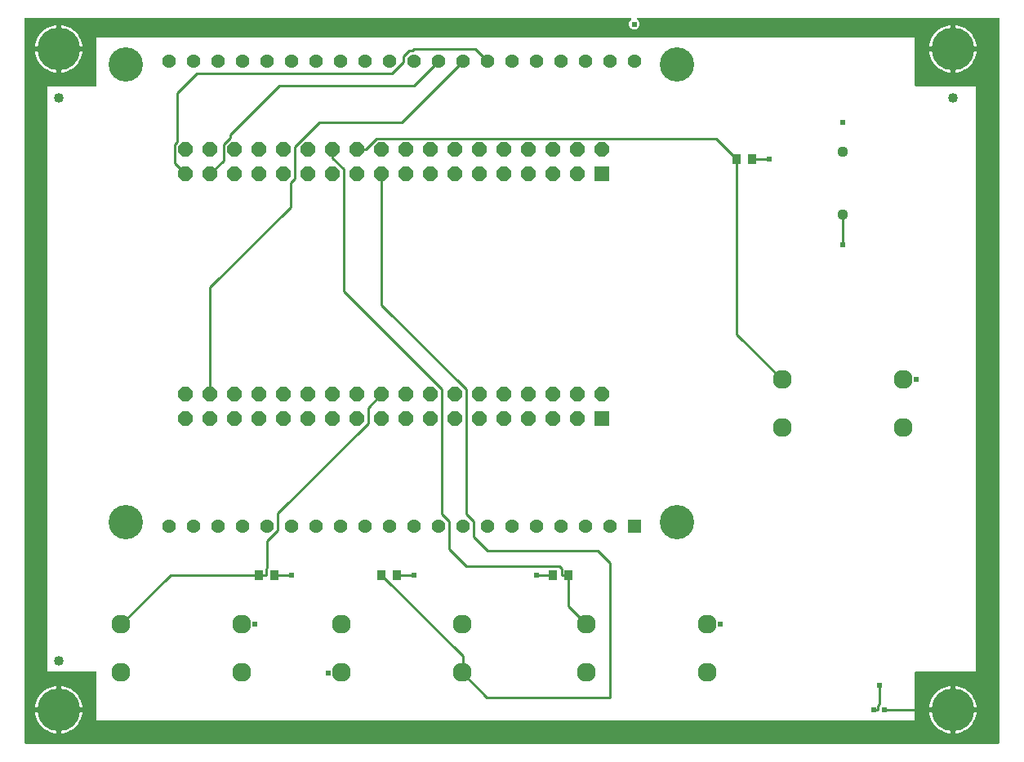
<source format=gbr>
G04 EAGLE Gerber RS-274X export*
G75*
%MOMM*%
%FSLAX34Y34*%
%LPD*%
%INTop Copper*%
%IPPOS*%
%AMOC8*
5,1,8,0,0,1.08239X$1,22.5*%
G01*
%ADD10C,1.120000*%
%ADD11R,1.524000X1.524000*%
%ADD12P,1.649562X8X202.500000*%
%ADD13R,0.949959X1.031241*%
%ADD14C,1.960000*%
%ADD15C,3.556000*%
%ADD16R,1.428000X1.428000*%
%ADD17C,1.428000*%
%ADD18C,1.016000*%
%ADD19C,4.445000*%
%ADD20R,0.609600X0.508000*%
%ADD21C,0.609600*%
%ADD22C,0.254000*%

G36*
X1013444Y755008D02*
X1013444Y755008D01*
X1013437Y755127D01*
X1013424Y755165D01*
X1013419Y755206D01*
X1013376Y755316D01*
X1013339Y755429D01*
X1013317Y755464D01*
X1013302Y755501D01*
X1013233Y755597D01*
X1013169Y755698D01*
X1013139Y755726D01*
X1013116Y755759D01*
X1013024Y755835D01*
X1012937Y755916D01*
X1012902Y755936D01*
X1012871Y755961D01*
X1012763Y756012D01*
X1012659Y756070D01*
X1012619Y756080D01*
X1012583Y756097D01*
X1012466Y756119D01*
X1012351Y756149D01*
X1012291Y756153D01*
X1012271Y756157D01*
X1012250Y756155D01*
X1012190Y756159D01*
X639109Y756159D01*
X638971Y756142D01*
X638832Y756129D01*
X638813Y756122D01*
X638793Y756119D01*
X638664Y756068D01*
X638533Y756021D01*
X638516Y756010D01*
X638497Y756002D01*
X638385Y755921D01*
X638270Y755843D01*
X638256Y755827D01*
X638240Y755816D01*
X638151Y755708D01*
X638059Y755604D01*
X638050Y755586D01*
X638037Y755571D01*
X637978Y755445D01*
X637915Y755321D01*
X637910Y755301D01*
X637902Y755283D01*
X637876Y755146D01*
X637845Y755011D01*
X637846Y754990D01*
X637842Y754971D01*
X637851Y754832D01*
X637855Y754693D01*
X637860Y754673D01*
X637862Y754653D01*
X637904Y754521D01*
X637943Y754387D01*
X637953Y754370D01*
X637960Y754351D01*
X638034Y754233D01*
X638105Y754113D01*
X638123Y754092D01*
X638130Y754082D01*
X638145Y754068D01*
X638211Y753993D01*
X639738Y752466D01*
X640589Y750412D01*
X640589Y748188D01*
X639738Y746134D01*
X638166Y744562D01*
X636112Y743711D01*
X633888Y743711D01*
X631834Y744562D01*
X630262Y746134D01*
X629411Y748188D01*
X629411Y750412D01*
X630262Y752466D01*
X631789Y753993D01*
X631874Y754102D01*
X631963Y754209D01*
X631971Y754228D01*
X631984Y754244D01*
X632039Y754372D01*
X632098Y754497D01*
X632102Y754517D01*
X632110Y754536D01*
X632132Y754674D01*
X632158Y754810D01*
X632157Y754830D01*
X632160Y754850D01*
X632147Y754989D01*
X632138Y755127D01*
X632132Y755146D01*
X632130Y755166D01*
X632083Y755298D01*
X632040Y755429D01*
X632029Y755447D01*
X632023Y755466D01*
X631945Y755581D01*
X631870Y755698D01*
X631855Y755712D01*
X631844Y755729D01*
X631740Y755821D01*
X631639Y755916D01*
X631621Y755926D01*
X631606Y755939D01*
X631481Y756003D01*
X631360Y756070D01*
X631340Y756075D01*
X631322Y756084D01*
X631187Y756114D01*
X631052Y756149D01*
X631024Y756151D01*
X631012Y756154D01*
X630992Y756153D01*
X630891Y756159D01*
X3810Y756159D01*
X3692Y756144D01*
X3573Y756137D01*
X3535Y756124D01*
X3494Y756119D01*
X3384Y756076D01*
X3271Y756039D01*
X3236Y756017D01*
X3199Y756002D01*
X3103Y755933D01*
X3002Y755869D01*
X2974Y755839D01*
X2941Y755816D01*
X2865Y755724D01*
X2784Y755637D01*
X2764Y755602D01*
X2739Y755571D01*
X2688Y755463D01*
X2630Y755359D01*
X2620Y755319D01*
X2603Y755283D01*
X2581Y755166D01*
X2551Y755051D01*
X2547Y754991D01*
X2543Y754971D01*
X2545Y754950D01*
X2541Y754890D01*
X2541Y3810D01*
X2556Y3692D01*
X2563Y3573D01*
X2576Y3535D01*
X2581Y3494D01*
X2624Y3384D01*
X2661Y3271D01*
X2683Y3236D01*
X2698Y3199D01*
X2767Y3103D01*
X2831Y3002D01*
X2861Y2974D01*
X2884Y2941D01*
X2976Y2865D01*
X3063Y2784D01*
X3098Y2764D01*
X3129Y2739D01*
X3237Y2688D01*
X3341Y2630D01*
X3381Y2620D01*
X3417Y2603D01*
X3534Y2581D01*
X3649Y2551D01*
X3709Y2547D01*
X3729Y2543D01*
X3750Y2545D01*
X3810Y2541D01*
X1012190Y2541D01*
X1012308Y2556D01*
X1012427Y2563D01*
X1012465Y2576D01*
X1012506Y2581D01*
X1012616Y2624D01*
X1012729Y2661D01*
X1012764Y2683D01*
X1012801Y2698D01*
X1012897Y2767D01*
X1012998Y2831D01*
X1013026Y2861D01*
X1013059Y2884D01*
X1013135Y2976D01*
X1013216Y3063D01*
X1013236Y3098D01*
X1013261Y3129D01*
X1013312Y3237D01*
X1013370Y3341D01*
X1013380Y3381D01*
X1013397Y3417D01*
X1013419Y3534D01*
X1013449Y3649D01*
X1013453Y3709D01*
X1013457Y3729D01*
X1013455Y3750D01*
X1013459Y3810D01*
X1013459Y754890D01*
X1013444Y755008D01*
G37*
%LPC*%
G36*
X76200Y684531D02*
X76200Y684531D01*
X76318Y684546D01*
X76437Y684553D01*
X76475Y684566D01*
X76516Y684571D01*
X76626Y684614D01*
X76739Y684651D01*
X76774Y684673D01*
X76811Y684688D01*
X76907Y684758D01*
X77008Y684821D01*
X77036Y684851D01*
X77069Y684874D01*
X77145Y684966D01*
X77226Y685053D01*
X77246Y685088D01*
X77271Y685119D01*
X77322Y685227D01*
X77380Y685331D01*
X77390Y685371D01*
X77407Y685407D01*
X77429Y685524D01*
X77459Y685639D01*
X77463Y685700D01*
X77467Y685720D01*
X77465Y685740D01*
X77469Y685800D01*
X77469Y735331D01*
X925831Y735331D01*
X925831Y685800D01*
X925846Y685682D01*
X925853Y685563D01*
X925866Y685525D01*
X925871Y685484D01*
X925914Y685374D01*
X925951Y685261D01*
X925973Y685226D01*
X925988Y685189D01*
X926058Y685093D01*
X926121Y684992D01*
X926151Y684964D01*
X926174Y684931D01*
X926266Y684856D01*
X926353Y684774D01*
X926388Y684754D01*
X926419Y684729D01*
X926527Y684678D01*
X926631Y684620D01*
X926671Y684610D01*
X926707Y684593D01*
X926824Y684571D01*
X926939Y684541D01*
X927000Y684537D01*
X927020Y684533D01*
X927040Y684535D01*
X927100Y684531D01*
X989331Y684531D01*
X989331Y77469D01*
X927100Y77469D01*
X926982Y77454D01*
X926863Y77447D01*
X926825Y77434D01*
X926784Y77429D01*
X926674Y77386D01*
X926561Y77349D01*
X926526Y77327D01*
X926489Y77312D01*
X926393Y77243D01*
X926292Y77179D01*
X926264Y77149D01*
X926231Y77126D01*
X926156Y77034D01*
X926074Y76947D01*
X926054Y76912D01*
X926029Y76881D01*
X925978Y76773D01*
X925920Y76669D01*
X925910Y76629D01*
X925893Y76593D01*
X925871Y76476D01*
X925841Y76361D01*
X925837Y76301D01*
X925833Y76281D01*
X925835Y76260D01*
X925831Y76200D01*
X925831Y26669D01*
X77469Y26669D01*
X77469Y76200D01*
X77454Y76318D01*
X77447Y76437D01*
X77434Y76475D01*
X77429Y76516D01*
X77386Y76626D01*
X77349Y76739D01*
X77327Y76774D01*
X77312Y76811D01*
X77243Y76907D01*
X77179Y77008D01*
X77149Y77036D01*
X77126Y77069D01*
X77034Y77145D01*
X76947Y77226D01*
X76912Y77246D01*
X76881Y77271D01*
X76773Y77322D01*
X76669Y77380D01*
X76629Y77390D01*
X76593Y77407D01*
X76476Y77429D01*
X76361Y77459D01*
X76301Y77463D01*
X76281Y77467D01*
X76260Y77465D01*
X76200Y77469D01*
X26669Y77469D01*
X26669Y684531D01*
X76200Y684531D01*
G37*
%LPD*%
%LPC*%
G36*
X967739Y726439D02*
X967739Y726439D01*
X967739Y748536D01*
X969355Y748354D01*
X972067Y747735D01*
X974692Y746817D01*
X977199Y745610D01*
X979554Y744130D01*
X981729Y742395D01*
X983695Y740429D01*
X985430Y738254D01*
X986910Y735899D01*
X988117Y733392D01*
X989035Y730767D01*
X989654Y728055D01*
X989836Y726439D01*
X967739Y726439D01*
G37*
%LPD*%
%LPC*%
G36*
X40639Y40639D02*
X40639Y40639D01*
X40639Y62736D01*
X42255Y62554D01*
X44967Y61935D01*
X47592Y61017D01*
X50099Y59810D01*
X52454Y58330D01*
X54629Y56595D01*
X56595Y54629D01*
X58330Y52454D01*
X59810Y50099D01*
X61017Y47592D01*
X61935Y44967D01*
X62554Y42255D01*
X62736Y40639D01*
X40639Y40639D01*
G37*
%LPD*%
%LPC*%
G36*
X40639Y726439D02*
X40639Y726439D01*
X40639Y748536D01*
X42255Y748354D01*
X44967Y747735D01*
X47592Y746817D01*
X50099Y745610D01*
X52454Y744130D01*
X54629Y742395D01*
X56595Y740429D01*
X58330Y738254D01*
X59810Y735899D01*
X61017Y733392D01*
X61935Y730767D01*
X62554Y728055D01*
X62736Y726439D01*
X40639Y726439D01*
G37*
%LPD*%
%LPC*%
G36*
X967739Y40639D02*
X967739Y40639D01*
X967739Y62736D01*
X969355Y62554D01*
X972067Y61935D01*
X974692Y61017D01*
X977199Y59810D01*
X979554Y58330D01*
X981729Y56595D01*
X983695Y54629D01*
X985430Y52454D01*
X986910Y50099D01*
X988117Y47592D01*
X989035Y44967D01*
X989654Y42255D01*
X989836Y40639D01*
X967739Y40639D01*
G37*
%LPD*%
%LPC*%
G36*
X40639Y721361D02*
X40639Y721361D01*
X62736Y721361D01*
X62554Y719745D01*
X61935Y717033D01*
X61017Y714408D01*
X59810Y711901D01*
X58330Y709546D01*
X56595Y707371D01*
X54629Y705405D01*
X52454Y703670D01*
X50099Y702190D01*
X47592Y700983D01*
X44967Y700065D01*
X42255Y699446D01*
X40639Y699264D01*
X40639Y721361D01*
G37*
%LPD*%
%LPC*%
G36*
X13464Y40639D02*
X13464Y40639D01*
X13646Y42255D01*
X14265Y44967D01*
X15183Y47592D01*
X16390Y50099D01*
X17870Y52454D01*
X19605Y54629D01*
X21571Y56595D01*
X23746Y58330D01*
X26101Y59810D01*
X28608Y61017D01*
X31233Y61935D01*
X33945Y62554D01*
X35561Y62736D01*
X35561Y40639D01*
X13464Y40639D01*
G37*
%LPD*%
%LPC*%
G36*
X40639Y35561D02*
X40639Y35561D01*
X62736Y35561D01*
X62554Y33945D01*
X61935Y31233D01*
X61017Y28608D01*
X59810Y26101D01*
X58330Y23746D01*
X56595Y21571D01*
X54629Y19605D01*
X52454Y17870D01*
X50099Y16390D01*
X47592Y15183D01*
X44967Y14265D01*
X42255Y13646D01*
X40639Y13464D01*
X40639Y35561D01*
G37*
%LPD*%
%LPC*%
G36*
X967739Y721361D02*
X967739Y721361D01*
X989836Y721361D01*
X989654Y719745D01*
X989035Y717033D01*
X988117Y714408D01*
X986910Y711901D01*
X985430Y709546D01*
X983695Y707371D01*
X981729Y705405D01*
X979554Y703670D01*
X977199Y702190D01*
X974692Y700983D01*
X972067Y700065D01*
X969355Y699446D01*
X967739Y699264D01*
X967739Y721361D01*
G37*
%LPD*%
%LPC*%
G36*
X967739Y35561D02*
X967739Y35561D01*
X989836Y35561D01*
X989654Y33945D01*
X989035Y31233D01*
X988117Y28608D01*
X986910Y26101D01*
X985430Y23746D01*
X983695Y21571D01*
X981729Y19605D01*
X979554Y17870D01*
X977199Y16390D01*
X974692Y15183D01*
X972067Y14265D01*
X969355Y13646D01*
X967739Y13464D01*
X967739Y35561D01*
G37*
%LPD*%
%LPC*%
G36*
X940564Y40639D02*
X940564Y40639D01*
X940746Y42255D01*
X941365Y44967D01*
X942283Y47592D01*
X943490Y50099D01*
X944970Y52454D01*
X946705Y54629D01*
X948671Y56595D01*
X950846Y58330D01*
X953201Y59810D01*
X955708Y61017D01*
X958333Y61935D01*
X961045Y62554D01*
X962661Y62736D01*
X962661Y40639D01*
X940564Y40639D01*
G37*
%LPD*%
%LPC*%
G36*
X940564Y726439D02*
X940564Y726439D01*
X940746Y728055D01*
X941365Y730767D01*
X942283Y733392D01*
X943490Y735899D01*
X944970Y738254D01*
X946705Y740429D01*
X948671Y742395D01*
X950846Y744130D01*
X953201Y745610D01*
X955708Y746817D01*
X958333Y747735D01*
X961045Y748354D01*
X962661Y748536D01*
X962661Y726439D01*
X940564Y726439D01*
G37*
%LPD*%
%LPC*%
G36*
X13464Y726439D02*
X13464Y726439D01*
X13646Y728055D01*
X14265Y730767D01*
X15183Y733392D01*
X16390Y735899D01*
X17870Y738254D01*
X19605Y740429D01*
X21571Y742395D01*
X23746Y744130D01*
X26101Y745610D01*
X28608Y746817D01*
X31233Y747735D01*
X33945Y748354D01*
X35561Y748536D01*
X35561Y726439D01*
X13464Y726439D01*
G37*
%LPD*%
%LPC*%
G36*
X33945Y13646D02*
X33945Y13646D01*
X31233Y14265D01*
X28608Y15183D01*
X26101Y16390D01*
X23746Y17870D01*
X21571Y19605D01*
X19605Y21571D01*
X17870Y23746D01*
X16390Y26101D01*
X15183Y28608D01*
X14265Y31233D01*
X13646Y33945D01*
X13464Y35561D01*
X35561Y35561D01*
X35561Y13464D01*
X33945Y13646D01*
G37*
%LPD*%
%LPC*%
G36*
X961045Y699446D02*
X961045Y699446D01*
X958333Y700065D01*
X955708Y700983D01*
X953201Y702190D01*
X950846Y703670D01*
X948671Y705405D01*
X946705Y707371D01*
X944970Y709546D01*
X943490Y711901D01*
X942283Y714408D01*
X941365Y717033D01*
X940746Y719745D01*
X940564Y721361D01*
X962661Y721361D01*
X962661Y699264D01*
X961045Y699446D01*
G37*
%LPD*%
%LPC*%
G36*
X33945Y699446D02*
X33945Y699446D01*
X31233Y700065D01*
X28608Y700983D01*
X26101Y702190D01*
X23746Y703670D01*
X21571Y705405D01*
X19605Y707371D01*
X17870Y709546D01*
X16390Y711901D01*
X15183Y714408D01*
X14265Y717033D01*
X13646Y719745D01*
X13464Y721361D01*
X35561Y721361D01*
X35561Y699264D01*
X33945Y699446D01*
G37*
%LPD*%
%LPC*%
G36*
X961045Y13646D02*
X961045Y13646D01*
X958333Y14265D01*
X955708Y15183D01*
X953201Y16390D01*
X950846Y17870D01*
X948671Y19605D01*
X946705Y21571D01*
X944970Y23746D01*
X943490Y26101D01*
X942283Y28608D01*
X941365Y31233D01*
X940746Y33945D01*
X940564Y35561D01*
X962661Y35561D01*
X962661Y13464D01*
X961045Y13646D01*
G37*
%LPD*%
%LPC*%
G36*
X38099Y723899D02*
X38099Y723899D01*
X38099Y723901D01*
X38101Y723901D01*
X38101Y723899D01*
X38099Y723899D01*
G37*
%LPD*%
%LPC*%
G36*
X38099Y38099D02*
X38099Y38099D01*
X38099Y38101D01*
X38101Y38101D01*
X38101Y38099D01*
X38099Y38099D01*
G37*
%LPD*%
%LPC*%
G36*
X965199Y38099D02*
X965199Y38099D01*
X965199Y38101D01*
X965201Y38101D01*
X965201Y38099D01*
X965199Y38099D01*
G37*
%LPD*%
%LPC*%
G36*
X965199Y723899D02*
X965199Y723899D01*
X965199Y723901D01*
X965201Y723901D01*
X965201Y723899D01*
X965199Y723899D01*
G37*
%LPD*%
D10*
X850900Y616700D03*
X850900Y551700D03*
D11*
X601300Y340100D03*
D12*
X601300Y365500D03*
X575900Y340100D03*
X575900Y365500D03*
X550500Y340100D03*
X550500Y365500D03*
X525100Y340100D03*
X525100Y365500D03*
X499700Y340100D03*
X499700Y365500D03*
X474300Y340100D03*
X474300Y365500D03*
X448900Y340100D03*
X448900Y365500D03*
X423500Y340100D03*
X423500Y365500D03*
X398100Y340100D03*
X398100Y365500D03*
X372700Y340100D03*
X372700Y365500D03*
X347300Y340100D03*
X347300Y365500D03*
X321900Y340100D03*
X321900Y365500D03*
X296500Y340100D03*
X296500Y365500D03*
X271100Y340100D03*
X271100Y365500D03*
X245700Y340100D03*
X245700Y365500D03*
X220300Y340100D03*
X220300Y365500D03*
X194900Y340100D03*
X194900Y365500D03*
X169500Y340100D03*
X169500Y365500D03*
D11*
X601300Y594100D03*
D12*
X601300Y619500D03*
X575900Y594100D03*
X575900Y619500D03*
X550500Y594100D03*
X550500Y619500D03*
X525100Y594100D03*
X525100Y619500D03*
X499700Y594100D03*
X499700Y619500D03*
X474300Y594100D03*
X474300Y619500D03*
X448900Y594100D03*
X448900Y619500D03*
X423500Y594100D03*
X423500Y619500D03*
X398100Y594100D03*
X398100Y619500D03*
X372700Y594100D03*
X372700Y619500D03*
X347300Y594100D03*
X347300Y619500D03*
X321900Y594100D03*
X321900Y619500D03*
X296500Y594100D03*
X296500Y619500D03*
X271100Y594100D03*
X271100Y619500D03*
X245700Y594100D03*
X245700Y619500D03*
X220300Y594100D03*
X220300Y619500D03*
X194900Y594100D03*
X194900Y619500D03*
X169500Y594100D03*
X169500Y619500D03*
D13*
X245999Y177800D03*
X262001Y177800D03*
D14*
X227600Y126600D03*
X227600Y76600D03*
X102600Y76600D03*
X102600Y126600D03*
D15*
X679450Y232410D03*
X679450Y707390D03*
X107950Y232410D03*
X107950Y707390D03*
D16*
X635000Y228600D03*
D17*
X406400Y228600D03*
X431800Y228600D03*
X457200Y228600D03*
X482600Y228600D03*
X508000Y228600D03*
X533400Y228600D03*
X558800Y228600D03*
X584200Y228600D03*
X609600Y228600D03*
X381000Y228600D03*
X355600Y228600D03*
X330200Y228600D03*
X304800Y228600D03*
X279400Y228600D03*
X254000Y228600D03*
X228600Y228600D03*
X203200Y228600D03*
X177800Y228600D03*
X152400Y228600D03*
X635000Y711200D03*
X609600Y711200D03*
X584200Y711200D03*
X558800Y711200D03*
X533400Y711200D03*
X508000Y711200D03*
X482600Y711200D03*
X457200Y711200D03*
X431800Y711200D03*
X406400Y711200D03*
X381000Y711200D03*
X355600Y711200D03*
X330200Y711200D03*
X304800Y711200D03*
X279400Y711200D03*
X254000Y711200D03*
X228600Y711200D03*
X203200Y711200D03*
X177800Y711200D03*
X152400Y711200D03*
D13*
X372999Y177800D03*
X389001Y177800D03*
D14*
X331200Y76600D03*
X331200Y126600D03*
X456200Y126600D03*
X456200Y76600D03*
D13*
X566801Y177800D03*
X550799Y177800D03*
D14*
X710200Y126600D03*
X710200Y76600D03*
X585200Y76600D03*
X585200Y126600D03*
D13*
X741299Y609600D03*
X757301Y609600D03*
D14*
X913400Y380600D03*
X913400Y330600D03*
X788400Y330600D03*
X788400Y380600D03*
D18*
X38100Y673100D03*
X38100Y673100D03*
X38100Y88900D03*
X965200Y673100D03*
D19*
X38100Y38100D03*
X38100Y723900D03*
X965200Y723900D03*
X965200Y38100D03*
D20*
X883412Y38100D03*
X894588Y38100D03*
D18*
X38100Y88900D03*
X965200Y673100D03*
D21*
X723900Y127000D03*
X241300Y127000D03*
X927100Y381000D03*
X850900Y647700D03*
X317500Y76200D03*
D22*
X883412Y38100D02*
X887730Y38100D01*
X887730Y42218D01*
X889000Y43488D01*
X889000Y63500D01*
D21*
X889000Y63500D03*
X635000Y749300D03*
D22*
X279400Y177800D02*
X262001Y177800D01*
D21*
X279400Y177800D03*
D22*
X389001Y177800D02*
X406400Y177800D01*
D21*
X406400Y177800D03*
D22*
X533400Y177800D02*
X550799Y177800D01*
D21*
X533400Y177800D03*
D22*
X757301Y609600D02*
X774700Y609600D01*
D21*
X774700Y609600D03*
D22*
X850900Y551700D02*
X850900Y520700D01*
D21*
X850900Y520700D03*
D22*
X153800Y177800D02*
X102600Y126600D01*
X153800Y177800D02*
X245999Y177800D01*
X358730Y351530D02*
X372700Y365500D01*
X358730Y351530D02*
X358730Y335366D01*
X264950Y224064D02*
X254000Y213114D01*
X264950Y241586D02*
X358730Y335366D01*
X264950Y241586D02*
X264950Y224064D01*
X254000Y185093D02*
X253441Y184534D01*
X253441Y177800D01*
X254000Y185093D02*
X254000Y213114D01*
X253441Y177800D02*
X245999Y177800D01*
X468150Y217650D02*
X482600Y203200D01*
X468150Y217650D02*
X468150Y233136D01*
X372700Y457865D02*
X372700Y594100D01*
X372700Y457865D02*
X460330Y370235D01*
X460330Y240956D02*
X468150Y233136D01*
X460330Y240956D02*
X460330Y370235D01*
X482600Y203200D02*
X596900Y203200D01*
X609600Y190500D01*
X609600Y50800D01*
X482000Y50800D01*
X456900Y75900D01*
X456200Y76600D01*
X456900Y93899D02*
X372999Y177800D01*
X456900Y93899D02*
X456900Y75900D01*
X566801Y144999D02*
X585200Y126600D01*
X566801Y144999D02*
X566801Y177800D01*
X333330Y471835D02*
X333330Y596900D01*
X333330Y471835D02*
X434930Y370235D01*
X434930Y240956D02*
X442750Y233136D01*
X442750Y204950D01*
X557127Y186766D02*
X559359Y184534D01*
X559359Y177800D01*
X557127Y186766D02*
X460934Y186766D01*
X434930Y240956D02*
X434930Y370235D01*
X442750Y204950D02*
X460934Y186766D01*
X559359Y177800D02*
X566801Y177800D01*
X333330Y596900D02*
X333330Y598835D01*
X321900Y610265D02*
X321900Y619500D01*
X321900Y610265D02*
X333330Y598835D01*
X347300Y619500D02*
X356536Y619500D01*
X367966Y630930D01*
X719969Y630930D02*
X741299Y609600D01*
X719969Y630930D02*
X367966Y630930D01*
X741299Y609600D02*
X741299Y427701D01*
X788400Y380600D01*
X194900Y365500D02*
X194900Y476336D01*
X278382Y559818D01*
X393700Y647700D02*
X457200Y711200D01*
X282530Y589366D02*
X278382Y585218D01*
X278382Y559818D01*
X282530Y621695D02*
X308536Y647700D01*
X282530Y621695D02*
X282530Y589366D01*
X308536Y647700D02*
X393700Y647700D01*
X160618Y626782D02*
X158070Y624235D01*
X160618Y626782D02*
X160618Y677582D01*
X158070Y605530D02*
X169500Y594100D01*
X158070Y605530D02*
X158070Y624235D01*
X160618Y677582D02*
X181536Y698500D01*
X395450Y715736D02*
X401864Y722150D01*
X404650Y722150D01*
X406400Y723900D01*
X395450Y710164D02*
X383786Y698500D01*
X395450Y710164D02*
X395450Y715736D01*
X406400Y723900D02*
X469900Y723900D01*
X482600Y711200D01*
X383786Y698500D02*
X181536Y698500D01*
X208870Y608070D02*
X194900Y594100D01*
X215900Y631265D02*
X215900Y635000D01*
X208870Y624235D02*
X208870Y608070D01*
X208870Y624235D02*
X215900Y631265D01*
X215900Y635000D02*
X266700Y685800D01*
X406400Y685800D01*
X431800Y711200D01*
X894588Y38100D02*
X965200Y38100D01*
M02*

</source>
